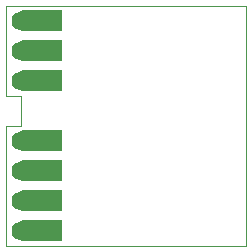
<source format=gbr>
%TF.GenerationSoftware,KiCad,Pcbnew,(5.1.9)-1*%
%TF.CreationDate,2021-06-01T15:36:46+02:00*%
%TF.ProjectId,18_Mesure_Courant,31385f4d-6573-4757-9265-5f436f757261,rev?*%
%TF.SameCoordinates,Original*%
%TF.FileFunction,Soldermask,Bot*%
%TF.FilePolarity,Negative*%
%FSLAX46Y46*%
G04 Gerber Fmt 4.6, Leading zero omitted, Abs format (unit mm)*
G04 Created by KiCad (PCBNEW (5.1.9)-1) date 2021-06-01 15:36:46*
%MOMM*%
%LPD*%
G01*
G04 APERTURE LIST*
%TA.AperFunction,Profile*%
%ADD10C,0.050000*%
%TD*%
%ADD11C,1.624000*%
%ADD12C,0.100000*%
G04 APERTURE END LIST*
D10*
X101600000Y-69850000D02*
X100330000Y-69850000D01*
X101600000Y-72390000D02*
X101600000Y-69850000D01*
X100330000Y-72390000D02*
X101600000Y-72390000D01*
X100330000Y-82550000D02*
X120650000Y-82550000D01*
X100330000Y-62230000D02*
X101600000Y-62230000D01*
X100330000Y-64770000D02*
X100330000Y-62230000D01*
X100330000Y-69850000D02*
X100330000Y-67310000D01*
X120650000Y-62230000D02*
X120650000Y-82550000D01*
X101600000Y-62230000D02*
X120650000Y-62230000D01*
X100330000Y-80010000D02*
X100330000Y-82550000D01*
X100330000Y-64770000D02*
X100330000Y-67310000D01*
X100330000Y-80010000D02*
X100330000Y-72390000D01*
D11*
%TO.C,J2*%
X101600000Y-66040000D03*
D12*
G36*
X101939650Y-66939999D02*
G01*
X101927782Y-66939916D01*
X101924993Y-66939818D01*
X101842112Y-66934604D01*
X101837256Y-66934060D01*
X101755280Y-66920782D01*
X101750503Y-66919766D01*
X101670214Y-66898553D01*
X101665558Y-66897076D01*
X101587721Y-66868129D01*
X101583231Y-66866205D01*
X101508591Y-66829801D01*
X101504309Y-66827447D01*
X101433578Y-66783932D01*
X101429548Y-66781173D01*
X101363401Y-66730965D01*
X101359659Y-66727825D01*
X101298726Y-66671401D01*
X101295308Y-66667910D01*
X101240173Y-66605809D01*
X101237112Y-66602003D01*
X101188299Y-66534819D01*
X101185624Y-66530731D01*
X101143601Y-66459104D01*
X101141338Y-66454774D01*
X101106505Y-66379388D01*
X101104675Y-66374859D01*
X101077364Y-66296433D01*
X101075985Y-66291747D01*
X101056458Y-66211031D01*
X101055543Y-66206233D01*
X101043985Y-66123997D01*
X101043542Y-66119131D01*
X101040065Y-66036159D01*
X101040099Y-66031275D01*
X101044734Y-65948360D01*
X101045245Y-65943501D01*
X101057950Y-65861434D01*
X101058932Y-65856650D01*
X101079584Y-65776214D01*
X101081028Y-65771547D01*
X101109431Y-65693511D01*
X101111324Y-65689008D01*
X101147207Y-65614115D01*
X101149531Y-65609818D01*
X101192550Y-65538785D01*
X101195282Y-65534735D01*
X101245028Y-65468239D01*
X101248141Y-65464475D01*
X101304138Y-65403150D01*
X101307604Y-65399708D01*
X101369318Y-65344140D01*
X101373104Y-65341052D01*
X101439946Y-65291772D01*
X101444015Y-65289069D01*
X101515347Y-65246547D01*
X101519660Y-65244254D01*
X101594801Y-65208895D01*
X101599317Y-65207033D01*
X101677550Y-65179175D01*
X101682227Y-65177763D01*
X101762805Y-65157673D01*
X101767597Y-65156724D01*
X101849751Y-65144593D01*
X101854612Y-65144117D01*
X101937557Y-65140060D01*
X101940000Y-65140000D01*
X104990000Y-65140000D01*
X104999755Y-65140961D01*
X105009134Y-65143806D01*
X105017779Y-65148427D01*
X105025355Y-65154645D01*
X105031573Y-65162221D01*
X105036194Y-65170866D01*
X105039039Y-65180245D01*
X105040000Y-65190000D01*
X105040000Y-66890000D01*
X105039039Y-66899755D01*
X105036194Y-66909134D01*
X105031573Y-66917779D01*
X105025355Y-66925355D01*
X105017779Y-66931573D01*
X105009134Y-66936194D01*
X104999755Y-66939039D01*
X104990000Y-66940000D01*
X101940000Y-66940000D01*
X101939650Y-66939999D01*
G37*
%TD*%
D11*
%TO.C,J3*%
X101600000Y-68580000D03*
D12*
G36*
X101939650Y-69479999D02*
G01*
X101927782Y-69479916D01*
X101924993Y-69479818D01*
X101842112Y-69474604D01*
X101837256Y-69474060D01*
X101755280Y-69460782D01*
X101750503Y-69459766D01*
X101670214Y-69438553D01*
X101665558Y-69437076D01*
X101587721Y-69408129D01*
X101583231Y-69406205D01*
X101508591Y-69369801D01*
X101504309Y-69367447D01*
X101433578Y-69323932D01*
X101429548Y-69321173D01*
X101363401Y-69270965D01*
X101359659Y-69267825D01*
X101298726Y-69211401D01*
X101295308Y-69207910D01*
X101240173Y-69145809D01*
X101237112Y-69142003D01*
X101188299Y-69074819D01*
X101185624Y-69070731D01*
X101143601Y-68999104D01*
X101141338Y-68994774D01*
X101106505Y-68919388D01*
X101104675Y-68914859D01*
X101077364Y-68836433D01*
X101075985Y-68831747D01*
X101056458Y-68751031D01*
X101055543Y-68746233D01*
X101043985Y-68663997D01*
X101043542Y-68659131D01*
X101040065Y-68576159D01*
X101040099Y-68571275D01*
X101044734Y-68488360D01*
X101045245Y-68483501D01*
X101057950Y-68401434D01*
X101058932Y-68396650D01*
X101079584Y-68316214D01*
X101081028Y-68311547D01*
X101109431Y-68233511D01*
X101111324Y-68229008D01*
X101147207Y-68154115D01*
X101149531Y-68149818D01*
X101192550Y-68078785D01*
X101195282Y-68074735D01*
X101245028Y-68008239D01*
X101248141Y-68004475D01*
X101304138Y-67943150D01*
X101307604Y-67939708D01*
X101369318Y-67884140D01*
X101373104Y-67881052D01*
X101439946Y-67831772D01*
X101444015Y-67829069D01*
X101515347Y-67786547D01*
X101519660Y-67784254D01*
X101594801Y-67748895D01*
X101599317Y-67747033D01*
X101677550Y-67719175D01*
X101682227Y-67717763D01*
X101762805Y-67697673D01*
X101767597Y-67696724D01*
X101849751Y-67684593D01*
X101854612Y-67684117D01*
X101937557Y-67680060D01*
X101940000Y-67680000D01*
X104990000Y-67680000D01*
X104999755Y-67680961D01*
X105009134Y-67683806D01*
X105017779Y-67688427D01*
X105025355Y-67694645D01*
X105031573Y-67702221D01*
X105036194Y-67710866D01*
X105039039Y-67720245D01*
X105040000Y-67730000D01*
X105040000Y-69430000D01*
X105039039Y-69439755D01*
X105036194Y-69449134D01*
X105031573Y-69457779D01*
X105025355Y-69465355D01*
X105017779Y-69471573D01*
X105009134Y-69476194D01*
X104999755Y-69479039D01*
X104990000Y-69480000D01*
X101940000Y-69480000D01*
X101939650Y-69479999D01*
G37*
%TD*%
D11*
%TO.C,J1*%
X101600000Y-63500000D03*
D12*
G36*
X101939650Y-64399999D02*
G01*
X101927782Y-64399916D01*
X101924993Y-64399818D01*
X101842112Y-64394604D01*
X101837256Y-64394060D01*
X101755280Y-64380782D01*
X101750503Y-64379766D01*
X101670214Y-64358553D01*
X101665558Y-64357076D01*
X101587721Y-64328129D01*
X101583231Y-64326205D01*
X101508591Y-64289801D01*
X101504309Y-64287447D01*
X101433578Y-64243932D01*
X101429548Y-64241173D01*
X101363401Y-64190965D01*
X101359659Y-64187825D01*
X101298726Y-64131401D01*
X101295308Y-64127910D01*
X101240173Y-64065809D01*
X101237112Y-64062003D01*
X101188299Y-63994819D01*
X101185624Y-63990731D01*
X101143601Y-63919104D01*
X101141338Y-63914774D01*
X101106505Y-63839388D01*
X101104675Y-63834859D01*
X101077364Y-63756433D01*
X101075985Y-63751747D01*
X101056458Y-63671031D01*
X101055543Y-63666233D01*
X101043985Y-63583997D01*
X101043542Y-63579131D01*
X101040065Y-63496159D01*
X101040099Y-63491275D01*
X101044734Y-63408360D01*
X101045245Y-63403501D01*
X101057950Y-63321434D01*
X101058932Y-63316650D01*
X101079584Y-63236214D01*
X101081028Y-63231547D01*
X101109431Y-63153511D01*
X101111324Y-63149008D01*
X101147207Y-63074115D01*
X101149531Y-63069818D01*
X101192550Y-62998785D01*
X101195282Y-62994735D01*
X101245028Y-62928239D01*
X101248141Y-62924475D01*
X101304138Y-62863150D01*
X101307604Y-62859708D01*
X101369318Y-62804140D01*
X101373104Y-62801052D01*
X101439946Y-62751772D01*
X101444015Y-62749069D01*
X101515347Y-62706547D01*
X101519660Y-62704254D01*
X101594801Y-62668895D01*
X101599317Y-62667033D01*
X101677550Y-62639175D01*
X101682227Y-62637763D01*
X101762805Y-62617673D01*
X101767597Y-62616724D01*
X101849751Y-62604593D01*
X101854612Y-62604117D01*
X101937557Y-62600060D01*
X101940000Y-62600000D01*
X104990000Y-62600000D01*
X104999755Y-62600961D01*
X105009134Y-62603806D01*
X105017779Y-62608427D01*
X105025355Y-62614645D01*
X105031573Y-62622221D01*
X105036194Y-62630866D01*
X105039039Y-62640245D01*
X105040000Y-62650000D01*
X105040000Y-64350000D01*
X105039039Y-64359755D01*
X105036194Y-64369134D01*
X105031573Y-64377779D01*
X105025355Y-64385355D01*
X105017779Y-64391573D01*
X105009134Y-64396194D01*
X104999755Y-64399039D01*
X104990000Y-64400000D01*
X101940000Y-64400000D01*
X101939650Y-64399999D01*
G37*
%TD*%
D11*
%TO.C,J6*%
X101600000Y-78740000D03*
D12*
G36*
X101939650Y-79639999D02*
G01*
X101927782Y-79639916D01*
X101924993Y-79639818D01*
X101842112Y-79634604D01*
X101837256Y-79634060D01*
X101755280Y-79620782D01*
X101750503Y-79619766D01*
X101670214Y-79598553D01*
X101665558Y-79597076D01*
X101587721Y-79568129D01*
X101583231Y-79566205D01*
X101508591Y-79529801D01*
X101504309Y-79527447D01*
X101433578Y-79483932D01*
X101429548Y-79481173D01*
X101363401Y-79430965D01*
X101359659Y-79427825D01*
X101298726Y-79371401D01*
X101295308Y-79367910D01*
X101240173Y-79305809D01*
X101237112Y-79302003D01*
X101188299Y-79234819D01*
X101185624Y-79230731D01*
X101143601Y-79159104D01*
X101141338Y-79154774D01*
X101106505Y-79079388D01*
X101104675Y-79074859D01*
X101077364Y-78996433D01*
X101075985Y-78991747D01*
X101056458Y-78911031D01*
X101055543Y-78906233D01*
X101043985Y-78823997D01*
X101043542Y-78819131D01*
X101040065Y-78736159D01*
X101040099Y-78731275D01*
X101044734Y-78648360D01*
X101045245Y-78643501D01*
X101057950Y-78561434D01*
X101058932Y-78556650D01*
X101079584Y-78476214D01*
X101081028Y-78471547D01*
X101109431Y-78393511D01*
X101111324Y-78389008D01*
X101147207Y-78314115D01*
X101149531Y-78309818D01*
X101192550Y-78238785D01*
X101195282Y-78234735D01*
X101245028Y-78168239D01*
X101248141Y-78164475D01*
X101304138Y-78103150D01*
X101307604Y-78099708D01*
X101369318Y-78044140D01*
X101373104Y-78041052D01*
X101439946Y-77991772D01*
X101444015Y-77989069D01*
X101515347Y-77946547D01*
X101519660Y-77944254D01*
X101594801Y-77908895D01*
X101599317Y-77907033D01*
X101677550Y-77879175D01*
X101682227Y-77877763D01*
X101762805Y-77857673D01*
X101767597Y-77856724D01*
X101849751Y-77844593D01*
X101854612Y-77844117D01*
X101937557Y-77840060D01*
X101940000Y-77840000D01*
X104990000Y-77840000D01*
X104999755Y-77840961D01*
X105009134Y-77843806D01*
X105017779Y-77848427D01*
X105025355Y-77854645D01*
X105031573Y-77862221D01*
X105036194Y-77870866D01*
X105039039Y-77880245D01*
X105040000Y-77890000D01*
X105040000Y-79590000D01*
X105039039Y-79599755D01*
X105036194Y-79609134D01*
X105031573Y-79617779D01*
X105025355Y-79625355D01*
X105017779Y-79631573D01*
X105009134Y-79636194D01*
X104999755Y-79639039D01*
X104990000Y-79640000D01*
X101940000Y-79640000D01*
X101939650Y-79639999D01*
G37*
%TD*%
D11*
%TO.C,J7*%
X101600000Y-81280000D03*
D12*
G36*
X101939650Y-82179999D02*
G01*
X101927782Y-82179916D01*
X101924993Y-82179818D01*
X101842112Y-82174604D01*
X101837256Y-82174060D01*
X101755280Y-82160782D01*
X101750503Y-82159766D01*
X101670214Y-82138553D01*
X101665558Y-82137076D01*
X101587721Y-82108129D01*
X101583231Y-82106205D01*
X101508591Y-82069801D01*
X101504309Y-82067447D01*
X101433578Y-82023932D01*
X101429548Y-82021173D01*
X101363401Y-81970965D01*
X101359659Y-81967825D01*
X101298726Y-81911401D01*
X101295308Y-81907910D01*
X101240173Y-81845809D01*
X101237112Y-81842003D01*
X101188299Y-81774819D01*
X101185624Y-81770731D01*
X101143601Y-81699104D01*
X101141338Y-81694774D01*
X101106505Y-81619388D01*
X101104675Y-81614859D01*
X101077364Y-81536433D01*
X101075985Y-81531747D01*
X101056458Y-81451031D01*
X101055543Y-81446233D01*
X101043985Y-81363997D01*
X101043542Y-81359131D01*
X101040065Y-81276159D01*
X101040099Y-81271275D01*
X101044734Y-81188360D01*
X101045245Y-81183501D01*
X101057950Y-81101434D01*
X101058932Y-81096650D01*
X101079584Y-81016214D01*
X101081028Y-81011547D01*
X101109431Y-80933511D01*
X101111324Y-80929008D01*
X101147207Y-80854115D01*
X101149531Y-80849818D01*
X101192550Y-80778785D01*
X101195282Y-80774735D01*
X101245028Y-80708239D01*
X101248141Y-80704475D01*
X101304138Y-80643150D01*
X101307604Y-80639708D01*
X101369318Y-80584140D01*
X101373104Y-80581052D01*
X101439946Y-80531772D01*
X101444015Y-80529069D01*
X101515347Y-80486547D01*
X101519660Y-80484254D01*
X101594801Y-80448895D01*
X101599317Y-80447033D01*
X101677550Y-80419175D01*
X101682227Y-80417763D01*
X101762805Y-80397673D01*
X101767597Y-80396724D01*
X101849751Y-80384593D01*
X101854612Y-80384117D01*
X101937557Y-80380060D01*
X101940000Y-80380000D01*
X104990000Y-80380000D01*
X104999755Y-80380961D01*
X105009134Y-80383806D01*
X105017779Y-80388427D01*
X105025355Y-80394645D01*
X105031573Y-80402221D01*
X105036194Y-80410866D01*
X105039039Y-80420245D01*
X105040000Y-80430000D01*
X105040000Y-82130000D01*
X105039039Y-82139755D01*
X105036194Y-82149134D01*
X105031573Y-82157779D01*
X105025355Y-82165355D01*
X105017779Y-82171573D01*
X105009134Y-82176194D01*
X104999755Y-82179039D01*
X104990000Y-82180000D01*
X101940000Y-82180000D01*
X101939650Y-82179999D01*
G37*
%TD*%
D11*
%TO.C,J4*%
X101600000Y-73660000D03*
D12*
G36*
X101939650Y-74559999D02*
G01*
X101927782Y-74559916D01*
X101924993Y-74559818D01*
X101842112Y-74554604D01*
X101837256Y-74554060D01*
X101755280Y-74540782D01*
X101750503Y-74539766D01*
X101670214Y-74518553D01*
X101665558Y-74517076D01*
X101587721Y-74488129D01*
X101583231Y-74486205D01*
X101508591Y-74449801D01*
X101504309Y-74447447D01*
X101433578Y-74403932D01*
X101429548Y-74401173D01*
X101363401Y-74350965D01*
X101359659Y-74347825D01*
X101298726Y-74291401D01*
X101295308Y-74287910D01*
X101240173Y-74225809D01*
X101237112Y-74222003D01*
X101188299Y-74154819D01*
X101185624Y-74150731D01*
X101143601Y-74079104D01*
X101141338Y-74074774D01*
X101106505Y-73999388D01*
X101104675Y-73994859D01*
X101077364Y-73916433D01*
X101075985Y-73911747D01*
X101056458Y-73831031D01*
X101055543Y-73826233D01*
X101043985Y-73743997D01*
X101043542Y-73739131D01*
X101040065Y-73656159D01*
X101040099Y-73651275D01*
X101044734Y-73568360D01*
X101045245Y-73563501D01*
X101057950Y-73481434D01*
X101058932Y-73476650D01*
X101079584Y-73396214D01*
X101081028Y-73391547D01*
X101109431Y-73313511D01*
X101111324Y-73309008D01*
X101147207Y-73234115D01*
X101149531Y-73229818D01*
X101192550Y-73158785D01*
X101195282Y-73154735D01*
X101245028Y-73088239D01*
X101248141Y-73084475D01*
X101304138Y-73023150D01*
X101307604Y-73019708D01*
X101369318Y-72964140D01*
X101373104Y-72961052D01*
X101439946Y-72911772D01*
X101444015Y-72909069D01*
X101515347Y-72866547D01*
X101519660Y-72864254D01*
X101594801Y-72828895D01*
X101599317Y-72827033D01*
X101677550Y-72799175D01*
X101682227Y-72797763D01*
X101762805Y-72777673D01*
X101767597Y-72776724D01*
X101849751Y-72764593D01*
X101854612Y-72764117D01*
X101937557Y-72760060D01*
X101940000Y-72760000D01*
X104990000Y-72760000D01*
X104999755Y-72760961D01*
X105009134Y-72763806D01*
X105017779Y-72768427D01*
X105025355Y-72774645D01*
X105031573Y-72782221D01*
X105036194Y-72790866D01*
X105039039Y-72800245D01*
X105040000Y-72810000D01*
X105040000Y-74510000D01*
X105039039Y-74519755D01*
X105036194Y-74529134D01*
X105031573Y-74537779D01*
X105025355Y-74545355D01*
X105017779Y-74551573D01*
X105009134Y-74556194D01*
X104999755Y-74559039D01*
X104990000Y-74560000D01*
X101940000Y-74560000D01*
X101939650Y-74559999D01*
G37*
%TD*%
D11*
%TO.C,J5*%
X101600000Y-76200000D03*
D12*
G36*
X101939650Y-77099999D02*
G01*
X101927782Y-77099916D01*
X101924993Y-77099818D01*
X101842112Y-77094604D01*
X101837256Y-77094060D01*
X101755280Y-77080782D01*
X101750503Y-77079766D01*
X101670214Y-77058553D01*
X101665558Y-77057076D01*
X101587721Y-77028129D01*
X101583231Y-77026205D01*
X101508591Y-76989801D01*
X101504309Y-76987447D01*
X101433578Y-76943932D01*
X101429548Y-76941173D01*
X101363401Y-76890965D01*
X101359659Y-76887825D01*
X101298726Y-76831401D01*
X101295308Y-76827910D01*
X101240173Y-76765809D01*
X101237112Y-76762003D01*
X101188299Y-76694819D01*
X101185624Y-76690731D01*
X101143601Y-76619104D01*
X101141338Y-76614774D01*
X101106505Y-76539388D01*
X101104675Y-76534859D01*
X101077364Y-76456433D01*
X101075985Y-76451747D01*
X101056458Y-76371031D01*
X101055543Y-76366233D01*
X101043985Y-76283997D01*
X101043542Y-76279131D01*
X101040065Y-76196159D01*
X101040099Y-76191275D01*
X101044734Y-76108360D01*
X101045245Y-76103501D01*
X101057950Y-76021434D01*
X101058932Y-76016650D01*
X101079584Y-75936214D01*
X101081028Y-75931547D01*
X101109431Y-75853511D01*
X101111324Y-75849008D01*
X101147207Y-75774115D01*
X101149531Y-75769818D01*
X101192550Y-75698785D01*
X101195282Y-75694735D01*
X101245028Y-75628239D01*
X101248141Y-75624475D01*
X101304138Y-75563150D01*
X101307604Y-75559708D01*
X101369318Y-75504140D01*
X101373104Y-75501052D01*
X101439946Y-75451772D01*
X101444015Y-75449069D01*
X101515347Y-75406547D01*
X101519660Y-75404254D01*
X101594801Y-75368895D01*
X101599317Y-75367033D01*
X101677550Y-75339175D01*
X101682227Y-75337763D01*
X101762805Y-75317673D01*
X101767597Y-75316724D01*
X101849751Y-75304593D01*
X101854612Y-75304117D01*
X101937557Y-75300060D01*
X101940000Y-75300000D01*
X104990000Y-75300000D01*
X104999755Y-75300961D01*
X105009134Y-75303806D01*
X105017779Y-75308427D01*
X105025355Y-75314645D01*
X105031573Y-75322221D01*
X105036194Y-75330866D01*
X105039039Y-75340245D01*
X105040000Y-75350000D01*
X105040000Y-77050000D01*
X105039039Y-77059755D01*
X105036194Y-77069134D01*
X105031573Y-77077779D01*
X105025355Y-77085355D01*
X105017779Y-77091573D01*
X105009134Y-77096194D01*
X104999755Y-77099039D01*
X104990000Y-77100000D01*
X101940000Y-77100000D01*
X101939650Y-77099999D01*
G37*
%TD*%
M02*

</source>
